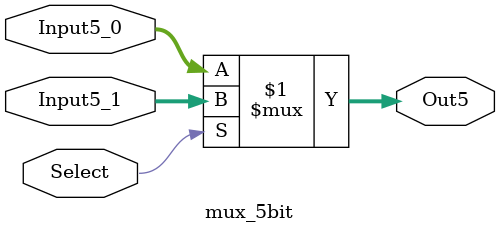
<source format=v>
/*sinyal durumuna göre seçme işlemi yapar.*/
module mux_5bit(Out5,Input5_0,Input5_1,Select);

input[4:0]Input5_0,Input5_1;
output [4:0]Out5;
input Select;

assign Out5=Select?Input5_1:Input5_0;

endmodule
</source>
